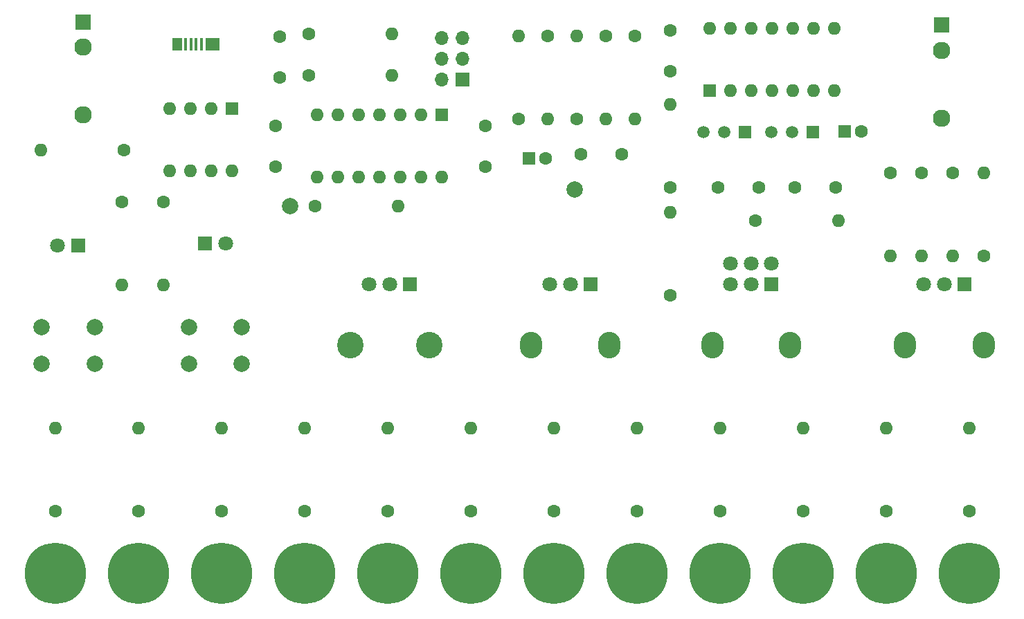
<source format=gts>
%TF.GenerationSoftware,KiCad,Pcbnew,7.0.2-0*%
%TF.CreationDate,2023-07-19T20:41:47+01:00*%
%TF.ProjectId,bcm-machina-noise,62636d2d-6d61-4636-9869-6e612d6e6f69,rev02*%
%TF.SameCoordinates,Original*%
%TF.FileFunction,Soldermask,Top*%
%TF.FilePolarity,Negative*%
%FSLAX46Y46*%
G04 Gerber Fmt 4.6, Leading zero omitted, Abs format (unit mm)*
G04 Created by KiCad (PCBNEW 7.0.2-0) date 2023-07-19 20:41:47*
%MOMM*%
%LPD*%
G01*
G04 APERTURE LIST*
%ADD10C,7.500000*%
%ADD11C,2.000000*%
%ADD12R,1.930000X1.830000*%
%ADD13C,2.130000*%
%ADD14R,1.500000X1.500000*%
%ADD15C,1.500000*%
%ADD16C,1.600000*%
%ADD17O,1.600000X1.600000*%
%ADD18R,1.800000X1.800000*%
%ADD19C,1.800000*%
%ADD20R,1.600000X1.600000*%
%ADD21C,3.240000*%
%ADD22O,2.720000X3.240000*%
%ADD23R,1.800000X1.500000*%
%ADD24R,0.400000X1.500000*%
%ADD25R,1.150000X1.500000*%
%ADD26R,1.700000X1.700000*%
%ADD27O,1.700000X1.700000*%
G04 APERTURE END LIST*
D10*
%TO.C,H4*%
X104140000Y-142240000D03*
%TD*%
%TO.C,H7*%
X134620000Y-142240000D03*
%TD*%
%TO.C,H2*%
X83820000Y-142240000D03*
%TD*%
D11*
%TO.C,SW1*%
X72047000Y-112086000D03*
X78547000Y-112086000D03*
X72047000Y-116586000D03*
X78547000Y-116586000D03*
%TD*%
D12*
%TO.C,J5*%
X77111007Y-74698525D03*
D13*
X77111007Y-86098525D03*
X77111007Y-77798525D03*
%TD*%
D14*
%TO.C,Q1*%
X157988000Y-88232000D03*
D15*
X155448000Y-88232000D03*
X152908000Y-88232000D03*
%TD*%
D16*
%TO.C,R25*%
X159258000Y-99060000D03*
D17*
X169418000Y-99060000D03*
%TD*%
D16*
%TO.C,R16*%
X183388000Y-93218000D03*
D17*
X183388000Y-103378000D03*
%TD*%
D16*
%TO.C,C3*%
X126238000Y-87416000D03*
X126238000Y-92416000D03*
%TD*%
%TO.C,R22*%
X82042000Y-90424000D03*
D17*
X71882000Y-90424000D03*
%TD*%
D16*
%TO.C,R11*%
X175260000Y-134620000D03*
D17*
X175260000Y-124460000D03*
%TD*%
D10*
%TO.C,H8*%
X144780000Y-142240000D03*
%TD*%
D18*
%TO.C,D1*%
X76459000Y-102108000D03*
D19*
X73919000Y-102108000D03*
%TD*%
D16*
%TO.C,R14*%
X144526000Y-76454000D03*
D17*
X144526000Y-86614000D03*
%TD*%
D20*
%TO.C,C5*%
X170240888Y-88138000D03*
D16*
X172240888Y-88138000D03*
%TD*%
D10*
%TO.C,H10*%
X165100000Y-142240000D03*
%TD*%
D16*
%TO.C,R3*%
X93980000Y-134620000D03*
D17*
X93980000Y-124460000D03*
%TD*%
D16*
%TO.C,R19*%
X104648000Y-76200000D03*
D17*
X114808000Y-76200000D03*
%TD*%
D10*
%TO.C,H1*%
X73660000Y-142240000D03*
%TD*%
D16*
%TO.C,R10*%
X165100000Y-134620000D03*
D17*
X165100000Y-124460000D03*
%TD*%
D16*
%TO.C,R18*%
X104648000Y-81280000D03*
D17*
X114808000Y-81280000D03*
%TD*%
D20*
%TO.C,C4*%
X131604000Y-91440000D03*
D16*
X133604000Y-91440000D03*
%TD*%
%TO.C,R2*%
X83820000Y-134620000D03*
D17*
X83820000Y-124460000D03*
%TD*%
D10*
%TO.C,H5*%
X114300000Y-142240000D03*
%TD*%
D16*
%TO.C,R12*%
X185420000Y-134620000D03*
D17*
X185420000Y-124460000D03*
%TD*%
D16*
%TO.C,R21*%
X86868000Y-96774000D03*
D17*
X86868000Y-106934000D03*
%TD*%
D16*
%TO.C,R13*%
X137414000Y-86614000D03*
D17*
X137414000Y-76454000D03*
%TD*%
D11*
%TO.C,SW2*%
X90006000Y-112046000D03*
X96506000Y-112046000D03*
X90006000Y-116546000D03*
X96506000Y-116546000D03*
%TD*%
D21*
%TO.C,RV5*%
X119380000Y-114300000D03*
X109780000Y-114300000D03*
D18*
X117080000Y-106800000D03*
D19*
X114580000Y-106800000D03*
X112080000Y-106800000D03*
%TD*%
D16*
%TO.C,R6*%
X124460000Y-134620000D03*
D17*
X124460000Y-124460000D03*
%TD*%
D16*
%TO.C,C7*%
X148844000Y-75732000D03*
X148844000Y-80732000D03*
%TD*%
D12*
%TO.C,J3*%
X182104000Y-75092000D03*
D13*
X182104000Y-86492000D03*
X182104000Y-78192000D03*
%TD*%
D20*
%TO.C,U2*%
X95250000Y-85344000D03*
D17*
X92710000Y-85344000D03*
X90170000Y-85344000D03*
X87630000Y-85344000D03*
X87630000Y-92964000D03*
X90170000Y-92964000D03*
X92710000Y-92964000D03*
X95250000Y-92964000D03*
%TD*%
D20*
%TO.C,U3*%
X120904000Y-86106000D03*
D17*
X118364000Y-86106000D03*
X115824000Y-86106000D03*
X113284000Y-86106000D03*
X110744000Y-86106000D03*
X108204000Y-86106000D03*
X105664000Y-86106000D03*
X105664000Y-93726000D03*
X108204000Y-93726000D03*
X110744000Y-93726000D03*
X113284000Y-93726000D03*
X115824000Y-93726000D03*
X118364000Y-93726000D03*
X120904000Y-93726000D03*
%TD*%
D14*
%TO.C,Q2*%
X166356000Y-88232000D03*
D15*
X163816000Y-88232000D03*
X161276000Y-88232000D03*
%TD*%
D11*
%TO.C,TP1*%
X137160000Y-95250000D03*
%TD*%
D22*
%TO.C,RV1*%
X163526000Y-114300000D03*
X154026000Y-114300000D03*
D18*
X161276000Y-106800000D03*
D19*
X158776000Y-106800000D03*
X156276000Y-106800000D03*
X161276000Y-104300000D03*
X158776000Y-104300000D03*
X156276000Y-104300000D03*
%TD*%
D16*
%TO.C,R4*%
X104140000Y-134620000D03*
D17*
X104140000Y-124460000D03*
%TD*%
D23*
%TO.C,J4*%
X92912000Y-77432200D03*
D24*
X91562000Y-77432200D03*
X90912000Y-77432200D03*
X90262000Y-77432200D03*
X89612000Y-77432200D03*
D25*
X88587000Y-77432200D03*
%TD*%
D16*
%TO.C,R7*%
X134620000Y-134620000D03*
D17*
X134620000Y-124460000D03*
%TD*%
D10*
%TO.C,H9*%
X154940000Y-142240000D03*
%TD*%
D16*
%TO.C,R5*%
X114300000Y-134620000D03*
D17*
X114300000Y-124460000D03*
%TD*%
D22*
%TO.C,RV2*%
X187198000Y-114300000D03*
X177598000Y-114300000D03*
D18*
X184898000Y-106800000D03*
D19*
X182398000Y-106800000D03*
X179898000Y-106800000D03*
%TD*%
D16*
%TO.C,R1*%
X73660000Y-134620000D03*
D17*
X73660000Y-124460000D03*
%TD*%
D16*
%TO.C,R15*%
X148844000Y-108204000D03*
D17*
X148844000Y-98044000D03*
%TD*%
D16*
%TO.C,R28*%
X130302000Y-86614000D03*
D17*
X130302000Y-76454000D03*
%TD*%
D10*
%TO.C,H11*%
X175260000Y-142240000D03*
%TD*%
D16*
%TO.C,R23*%
X105410000Y-97282000D03*
D17*
X115570000Y-97282000D03*
%TD*%
D16*
%TO.C,R30*%
X148844000Y-94996000D03*
D17*
X148844000Y-84836000D03*
%TD*%
D16*
%TO.C,C9*%
X142962000Y-90932000D03*
X137962000Y-90932000D03*
%TD*%
%TO.C,R29*%
X175768000Y-93218000D03*
D17*
X175768000Y-103378000D03*
%TD*%
D16*
%TO.C,R8*%
X144780000Y-134620000D03*
D17*
X144780000Y-124460000D03*
%TD*%
D18*
%TO.C,D2*%
X91948000Y-101854000D03*
D19*
X94488000Y-101854000D03*
%TD*%
D10*
%TO.C,H3*%
X93980000Y-142240000D03*
%TD*%
%TO.C,H12*%
X185420000Y-142240000D03*
%TD*%
D16*
%TO.C,C2*%
X164124000Y-94996000D03*
X169124000Y-94996000D03*
%TD*%
%TO.C,R17*%
X187198000Y-103378000D03*
D17*
X187198000Y-93218000D03*
%TD*%
D11*
%TO.C,TP2*%
X102362000Y-97282000D03*
%TD*%
D20*
%TO.C,U1*%
X153696000Y-83112000D03*
D17*
X156236000Y-83112000D03*
X158776000Y-83112000D03*
X161316000Y-83112000D03*
X163856000Y-83112000D03*
X166396000Y-83112000D03*
X168936000Y-83112000D03*
X168936000Y-75492000D03*
X166396000Y-75492000D03*
X163856000Y-75492000D03*
X161316000Y-75492000D03*
X158776000Y-75492000D03*
X156236000Y-75492000D03*
X153696000Y-75492000D03*
%TD*%
D16*
%TO.C,R20*%
X81788000Y-96774000D03*
D17*
X81788000Y-106934000D03*
%TD*%
D10*
%TO.C,H6*%
X124460000Y-142240000D03*
%TD*%
D16*
%TO.C,R9*%
X154940000Y-134620000D03*
D17*
X154940000Y-124460000D03*
%TD*%
D22*
%TO.C,RV4*%
X141464000Y-114300000D03*
X131864000Y-114300000D03*
D18*
X139164000Y-106800000D03*
D19*
X136664000Y-106800000D03*
X134164000Y-106800000D03*
%TD*%
D16*
%TO.C,C6*%
X100584000Y-92416000D03*
X100584000Y-87416000D03*
%TD*%
D26*
%TO.C,J2*%
X123444000Y-81788000D03*
D27*
X120904000Y-81788000D03*
X123444000Y-79248000D03*
X120904000Y-79248000D03*
X123444000Y-76708000D03*
X120904000Y-76708000D03*
%TD*%
D16*
%TO.C,R27*%
X179578000Y-93218000D03*
D17*
X179578000Y-103378000D03*
%TD*%
D16*
%TO.C,R26*%
X140970000Y-76454000D03*
D17*
X140970000Y-86614000D03*
%TD*%
D16*
%TO.C,C8*%
X101092000Y-76534000D03*
X101092000Y-81534000D03*
%TD*%
%TO.C,C1*%
X154726000Y-94996000D03*
X159726000Y-94996000D03*
%TD*%
%TO.C,R24*%
X133858000Y-76454000D03*
D17*
X133858000Y-86614000D03*
%TD*%
M02*

</source>
